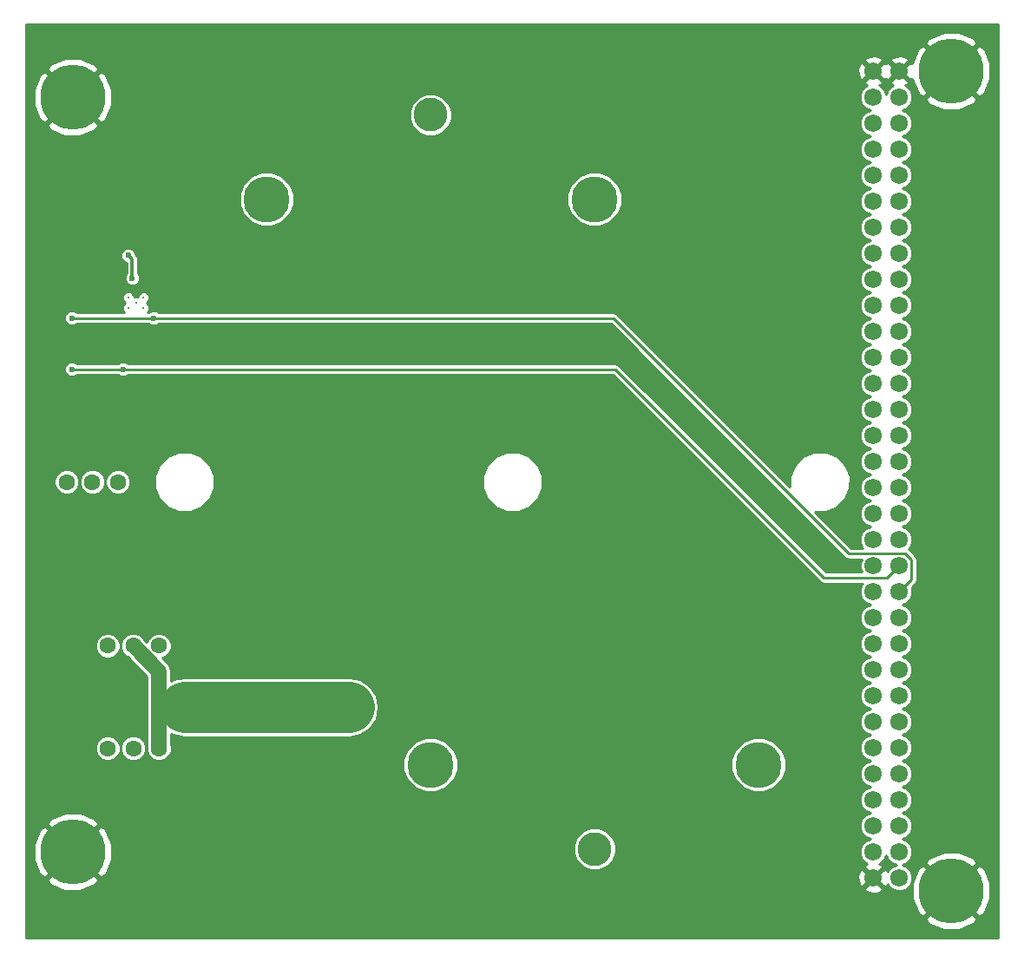
<source format=gbr>
G04 #@! TF.FileFunction,Copper,L2,Bot,Signal*
%FSLAX46Y46*%
G04 Gerber Fmt 4.6, Leading zero omitted, Abs format (unit mm)*
G04 Created by KiCad (PCBNEW 4.0.7-e2-6376~58~ubuntu16.04.1) date Thu Mar 22 01:15:54 2018*
%MOMM*%
%LPD*%
G01*
G04 APERTURE LIST*
%ADD10C,0.100000*%
%ADD11C,1.600000*%
%ADD12C,0.300000*%
%ADD13C,4.500000*%
%ADD14C,3.300000*%
%ADD15C,6.350000*%
%ADD16C,1.720000*%
%ADD17C,0.600000*%
%ADD18C,1.500000*%
%ADD19C,5.000000*%
%ADD20C,0.250000*%
%ADD21C,0.300000*%
%ADD22C,0.254000*%
G04 APERTURE END LIST*
D10*
D11*
X118500000Y-106000000D03*
X113500000Y-106000000D03*
X116000000Y-106000000D03*
D12*
X115500000Y-73000000D03*
X115500000Y-72000000D03*
X117000000Y-72000000D03*
X117000000Y-73000000D03*
X116250000Y-72500000D03*
D13*
X177000000Y-117600000D03*
X161000000Y-62400000D03*
D14*
X161000000Y-125820000D03*
D15*
X195810000Y-129920000D03*
X195810000Y-49910000D03*
X110080000Y-52450000D03*
X110080000Y-126110000D03*
D16*
X188190000Y-49910000D03*
X188190000Y-52450000D03*
X188190000Y-54990000D03*
X188190000Y-57530000D03*
X188190000Y-60070000D03*
X188190000Y-62610000D03*
X188190000Y-65150000D03*
X188190000Y-67690000D03*
X188190000Y-70230000D03*
X188190000Y-72770000D03*
X188190000Y-75310000D03*
X188190000Y-77850000D03*
X188190000Y-80390000D03*
X188190000Y-82930000D03*
X188190000Y-85470000D03*
X188190000Y-88010000D03*
X188190000Y-90550000D03*
X188190000Y-93090000D03*
X188190000Y-95630000D03*
X188190000Y-98170000D03*
X188190000Y-100710000D03*
X188190000Y-103250000D03*
X188190000Y-105790000D03*
X188190000Y-108330000D03*
X188190000Y-110870000D03*
X188190000Y-113410000D03*
X188190000Y-115950000D03*
X188190000Y-118490000D03*
X188190000Y-121030000D03*
X188190000Y-123570000D03*
X188190000Y-126110000D03*
X188190000Y-128650000D03*
X190730000Y-49910000D03*
X190730000Y-52450000D03*
X190730000Y-54990000D03*
X190730000Y-57530000D03*
X190730000Y-60070000D03*
X190730000Y-62610000D03*
X190730000Y-65150000D03*
X190730000Y-67690000D03*
X190730000Y-70230000D03*
X190730000Y-72770000D03*
X190730000Y-75310000D03*
X190730000Y-77850000D03*
X190730000Y-80390000D03*
X190730000Y-82930000D03*
X190730000Y-85470000D03*
X190730000Y-88010000D03*
X190730000Y-90550000D03*
X190730000Y-93090000D03*
X190730000Y-95630000D03*
X190730000Y-98170000D03*
X190730000Y-100710000D03*
X190730000Y-103250000D03*
X190730000Y-105790000D03*
X190730000Y-108330000D03*
X190730000Y-110870000D03*
X190730000Y-113410000D03*
X190730000Y-115950000D03*
X190730000Y-118490000D03*
X190730000Y-121030000D03*
X190730000Y-123570000D03*
X190730000Y-126110000D03*
X190730000Y-128650000D03*
D13*
X129000000Y-62400000D03*
X145000000Y-117600000D03*
D14*
X145000000Y-54180000D03*
D11*
X109500000Y-90000000D03*
X114500000Y-90000000D03*
X112000000Y-90000000D03*
X113500000Y-116000000D03*
X118500000Y-116000000D03*
X116000000Y-116000000D03*
D17*
X108000000Y-83200000D03*
X137000000Y-113000000D03*
X138000000Y-112000000D03*
X137000000Y-111000000D03*
X136000000Y-112000000D03*
X121000000Y-113000000D03*
X121000000Y-111000000D03*
X120000000Y-112000000D03*
X122000000Y-112000000D03*
X121000000Y-112000000D03*
X137000000Y-112000000D03*
X110000000Y-79000000D03*
X115000000Y-79000000D03*
X115500000Y-67900000D03*
X115900000Y-70125002D03*
X110000000Y-74000000D03*
X118000000Y-74000000D03*
D18*
X118500000Y-116000000D02*
X118500000Y-108500000D01*
X118500000Y-108500000D02*
X116000000Y-106000000D01*
D19*
X137000000Y-112000000D02*
X121000000Y-112000000D01*
D20*
X115000000Y-79000000D02*
X163000000Y-79000000D01*
X163000000Y-79000000D02*
X183355001Y-99355001D01*
X183355001Y-99355001D02*
X189544999Y-99355001D01*
X189544999Y-99355001D02*
X189870001Y-99029999D01*
X189870001Y-99029999D02*
X190730000Y-98170000D01*
X115000000Y-79000000D02*
X110000000Y-79000000D01*
D21*
X115900000Y-70125002D02*
X115900000Y-68300000D01*
X115900000Y-68300000D02*
X115500000Y-67900000D01*
D20*
X118000000Y-74000000D02*
X162818998Y-74000000D01*
X162818998Y-74000000D02*
X185803997Y-96984999D01*
X191915001Y-97601199D02*
X191915001Y-99524999D01*
X185803997Y-96984999D02*
X191298801Y-96984999D01*
X191298801Y-96984999D02*
X191915001Y-97601199D01*
X191915001Y-99524999D02*
X191589999Y-99850001D01*
X191589999Y-99850001D02*
X190730000Y-100710000D01*
X118000000Y-74000000D02*
X110000000Y-74000000D01*
D22*
G36*
X200388000Y-134498000D02*
X105502000Y-134498000D01*
X105502000Y-132642875D01*
X193266730Y-132642875D01*
X193630630Y-133135710D01*
X195027124Y-133724937D01*
X196542803Y-133734898D01*
X197946920Y-133164074D01*
X197989370Y-133135710D01*
X198353270Y-132642875D01*
X195810000Y-130099605D01*
X193266730Y-132642875D01*
X105502000Y-132642875D01*
X105502000Y-130652803D01*
X191995102Y-130652803D01*
X192565926Y-132056920D01*
X192594290Y-132099370D01*
X193087125Y-132463270D01*
X195630395Y-129920000D01*
X195989605Y-129920000D01*
X198532875Y-132463270D01*
X199025710Y-132099370D01*
X199614937Y-130702876D01*
X199624898Y-129187197D01*
X199054074Y-127783080D01*
X199025710Y-127740630D01*
X198532875Y-127376730D01*
X195989605Y-129920000D01*
X195630395Y-129920000D01*
X193087125Y-127376730D01*
X192594290Y-127740630D01*
X192005063Y-129137124D01*
X191995102Y-130652803D01*
X105502000Y-130652803D01*
X105502000Y-128832875D01*
X107536730Y-128832875D01*
X107900630Y-129325710D01*
X109297124Y-129914937D01*
X110812803Y-129924898D01*
X111363059Y-129701199D01*
X187318406Y-129701199D01*
X187399906Y-129953537D01*
X187958890Y-130156667D01*
X188553059Y-130130421D01*
X188980094Y-129953537D01*
X189061594Y-129701199D01*
X188190000Y-128829605D01*
X187318406Y-129701199D01*
X111363059Y-129701199D01*
X112216920Y-129354074D01*
X112259370Y-129325710D01*
X112623270Y-128832875D01*
X110080000Y-126289605D01*
X107536730Y-128832875D01*
X105502000Y-128832875D01*
X105502000Y-126842803D01*
X106265102Y-126842803D01*
X106835926Y-128246920D01*
X106864290Y-128289370D01*
X107357125Y-128653270D01*
X109900395Y-126110000D01*
X110259605Y-126110000D01*
X112802875Y-128653270D01*
X113120299Y-128418890D01*
X186683333Y-128418890D01*
X186709579Y-129013059D01*
X186886463Y-129440094D01*
X187138801Y-129521594D01*
X188010395Y-128650000D01*
X187138801Y-127778406D01*
X186886463Y-127859906D01*
X186683333Y-128418890D01*
X113120299Y-128418890D01*
X113295710Y-128289370D01*
X113884937Y-126892876D01*
X113889284Y-126231328D01*
X158922640Y-126231328D01*
X159238178Y-126994989D01*
X159821938Y-127579768D01*
X160585047Y-127896639D01*
X161411328Y-127897360D01*
X162174989Y-127581822D01*
X162759768Y-126998062D01*
X163076639Y-126234953D01*
X163077360Y-125408672D01*
X162761822Y-124645011D01*
X162178062Y-124060232D01*
X161414953Y-123743361D01*
X160588672Y-123742640D01*
X159825011Y-124058178D01*
X159240232Y-124641938D01*
X158923361Y-125405047D01*
X158922640Y-126231328D01*
X113889284Y-126231328D01*
X113894898Y-125377197D01*
X113324074Y-123973080D01*
X113295710Y-123930630D01*
X112802875Y-123566730D01*
X110259605Y-126110000D01*
X109900395Y-126110000D01*
X107357125Y-123566730D01*
X106864290Y-123930630D01*
X106275063Y-125327124D01*
X106265102Y-126842803D01*
X105502000Y-126842803D01*
X105502000Y-123387125D01*
X107536730Y-123387125D01*
X110080000Y-125930395D01*
X112623270Y-123387125D01*
X112259370Y-122894290D01*
X110862876Y-122305063D01*
X109347197Y-122295102D01*
X107943080Y-122865926D01*
X107900630Y-122894290D01*
X107536730Y-123387125D01*
X105502000Y-123387125D01*
X105502000Y-118130152D01*
X142322536Y-118130152D01*
X142729226Y-119114418D01*
X143481621Y-119868127D01*
X144465176Y-120276535D01*
X145530152Y-120277464D01*
X146514418Y-119870774D01*
X147268127Y-119118379D01*
X147676535Y-118134824D01*
X147676539Y-118130152D01*
X174322536Y-118130152D01*
X174729226Y-119114418D01*
X175481621Y-119868127D01*
X176465176Y-120276535D01*
X177530152Y-120277464D01*
X178514418Y-119870774D01*
X179268127Y-119118379D01*
X179676535Y-118134824D01*
X179677464Y-117069848D01*
X179270774Y-116085582D01*
X178518379Y-115331873D01*
X177534824Y-114923465D01*
X176469848Y-114922536D01*
X175485582Y-115329226D01*
X174731873Y-116081621D01*
X174323465Y-117065176D01*
X174322536Y-118130152D01*
X147676539Y-118130152D01*
X147677464Y-117069848D01*
X147270774Y-116085582D01*
X146518379Y-115331873D01*
X145534824Y-114923465D01*
X144469848Y-114922536D01*
X143485582Y-115329226D01*
X142731873Y-116081621D01*
X142323465Y-117065176D01*
X142322536Y-118130152D01*
X105502000Y-118130152D01*
X105502000Y-116242995D01*
X112272788Y-116242995D01*
X112459194Y-116694131D01*
X112804053Y-117039593D01*
X113254864Y-117226786D01*
X113742995Y-117227212D01*
X114194131Y-117040806D01*
X114539593Y-116695947D01*
X114726786Y-116245136D01*
X114726787Y-116242995D01*
X114772788Y-116242995D01*
X114959194Y-116694131D01*
X115304053Y-117039593D01*
X115754864Y-117226786D01*
X116242995Y-117227212D01*
X116694131Y-117040806D01*
X117039593Y-116695947D01*
X117226786Y-116245136D01*
X117227212Y-115757005D01*
X117040806Y-115305869D01*
X116695947Y-114960407D01*
X116245136Y-114773214D01*
X115757005Y-114772788D01*
X115305869Y-114959194D01*
X114960407Y-115304053D01*
X114773214Y-115754864D01*
X114772788Y-116242995D01*
X114726787Y-116242995D01*
X114727212Y-115757005D01*
X114540806Y-115305869D01*
X114195947Y-114960407D01*
X113745136Y-114773214D01*
X113257005Y-114772788D01*
X112805869Y-114959194D01*
X112460407Y-115304053D01*
X112273214Y-115754864D01*
X112272788Y-116242995D01*
X105502000Y-116242995D01*
X105502000Y-106242995D01*
X112272788Y-106242995D01*
X112459194Y-106694131D01*
X112804053Y-107039593D01*
X113254864Y-107226786D01*
X113742995Y-107227212D01*
X114194131Y-107040806D01*
X114539593Y-106695947D01*
X114726786Y-106245136D01*
X114726787Y-106242995D01*
X114772788Y-106242995D01*
X114959194Y-106694131D01*
X115304053Y-107039593D01*
X115425487Y-107090017D01*
X117323000Y-108987530D01*
X117323000Y-115634966D01*
X117273214Y-115754864D01*
X117272788Y-116242995D01*
X117459194Y-116694131D01*
X117804053Y-117039593D01*
X118254864Y-117226786D01*
X118742995Y-117227212D01*
X119194131Y-117040806D01*
X119539593Y-116695947D01*
X119726786Y-116245136D01*
X119727212Y-115757005D01*
X119677000Y-115635483D01*
X119677000Y-114568631D01*
X119879886Y-114704195D01*
X121000000Y-114927000D01*
X137000000Y-114927000D01*
X138120114Y-114704195D01*
X139069702Y-114069702D01*
X139704195Y-113120114D01*
X139927000Y-112000000D01*
X139704195Y-110879886D01*
X139069702Y-109930298D01*
X138120114Y-109295805D01*
X137000000Y-109073000D01*
X121000000Y-109073000D01*
X119879886Y-109295805D01*
X119677000Y-109431369D01*
X119677000Y-108500005D01*
X119677001Y-108500000D01*
X119587406Y-108049582D01*
X119332265Y-107667735D01*
X118848251Y-107183721D01*
X119194131Y-107040806D01*
X119539593Y-106695947D01*
X119726786Y-106245136D01*
X119727212Y-105757005D01*
X119540806Y-105305869D01*
X119195947Y-104960407D01*
X118745136Y-104773214D01*
X118257005Y-104772788D01*
X117805869Y-104959194D01*
X117460407Y-105304053D01*
X117316104Y-105651574D01*
X117090382Y-105425852D01*
X117040806Y-105305869D01*
X116695947Y-104960407D01*
X116245136Y-104773214D01*
X115757005Y-104772788D01*
X115305869Y-104959194D01*
X114960407Y-105304053D01*
X114773214Y-105754864D01*
X114772788Y-106242995D01*
X114726787Y-106242995D01*
X114727212Y-105757005D01*
X114540806Y-105305869D01*
X114195947Y-104960407D01*
X113745136Y-104773214D01*
X113257005Y-104772788D01*
X112805869Y-104959194D01*
X112460407Y-105304053D01*
X112273214Y-105754864D01*
X112272788Y-106242995D01*
X105502000Y-106242995D01*
X105502000Y-90242995D01*
X108272788Y-90242995D01*
X108459194Y-90694131D01*
X108804053Y-91039593D01*
X109254864Y-91226786D01*
X109742995Y-91227212D01*
X110194131Y-91040806D01*
X110539593Y-90695947D01*
X110726786Y-90245136D01*
X110726787Y-90242995D01*
X110772788Y-90242995D01*
X110959194Y-90694131D01*
X111304053Y-91039593D01*
X111754864Y-91226786D01*
X112242995Y-91227212D01*
X112694131Y-91040806D01*
X113039593Y-90695947D01*
X113226786Y-90245136D01*
X113226787Y-90242995D01*
X113272788Y-90242995D01*
X113459194Y-90694131D01*
X113804053Y-91039593D01*
X114254864Y-91226786D01*
X114742995Y-91227212D01*
X115194131Y-91040806D01*
X115539593Y-90695947D01*
X115587878Y-90579662D01*
X118072493Y-90579662D01*
X118517164Y-91655846D01*
X119339823Y-92479943D01*
X120415229Y-92926490D01*
X121579662Y-92927507D01*
X122655846Y-92482836D01*
X123479943Y-91660177D01*
X123926490Y-90584771D01*
X123926494Y-90579662D01*
X150072493Y-90579662D01*
X150517164Y-91655846D01*
X151339823Y-92479943D01*
X152415229Y-92926490D01*
X153579662Y-92927507D01*
X154655846Y-92482836D01*
X155479943Y-91660177D01*
X155926490Y-90584771D01*
X155927507Y-89420338D01*
X155482836Y-88344154D01*
X154660177Y-87520057D01*
X153584771Y-87073510D01*
X152420338Y-87072493D01*
X151344154Y-87517164D01*
X150520057Y-88339823D01*
X150073510Y-89415229D01*
X150072493Y-90579662D01*
X123926494Y-90579662D01*
X123927507Y-89420338D01*
X123482836Y-88344154D01*
X122660177Y-87520057D01*
X121584771Y-87073510D01*
X120420338Y-87072493D01*
X119344154Y-87517164D01*
X118520057Y-88339823D01*
X118073510Y-89415229D01*
X118072493Y-90579662D01*
X115587878Y-90579662D01*
X115726786Y-90245136D01*
X115727212Y-89757005D01*
X115540806Y-89305869D01*
X115195947Y-88960407D01*
X114745136Y-88773214D01*
X114257005Y-88772788D01*
X113805869Y-88959194D01*
X113460407Y-89304053D01*
X113273214Y-89754864D01*
X113272788Y-90242995D01*
X113226787Y-90242995D01*
X113227212Y-89757005D01*
X113040806Y-89305869D01*
X112695947Y-88960407D01*
X112245136Y-88773214D01*
X111757005Y-88772788D01*
X111305869Y-88959194D01*
X110960407Y-89304053D01*
X110773214Y-89754864D01*
X110772788Y-90242995D01*
X110726787Y-90242995D01*
X110727212Y-89757005D01*
X110540806Y-89305869D01*
X110195947Y-88960407D01*
X109745136Y-88773214D01*
X109257005Y-88772788D01*
X108805869Y-88959194D01*
X108460407Y-89304053D01*
X108273214Y-89754864D01*
X108272788Y-90242995D01*
X105502000Y-90242995D01*
X105502000Y-74143975D01*
X109272874Y-74143975D01*
X109383320Y-74411275D01*
X109587650Y-74615961D01*
X109854756Y-74726874D01*
X110143975Y-74727126D01*
X110411275Y-74616680D01*
X110476068Y-74552000D01*
X117523800Y-74552000D01*
X117587650Y-74615961D01*
X117854756Y-74726874D01*
X118143975Y-74727126D01*
X118411275Y-74616680D01*
X118476068Y-74552000D01*
X162590352Y-74552000D01*
X185413674Y-97375322D01*
X185592756Y-97494981D01*
X185803997Y-97536999D01*
X187059302Y-97536999D01*
X186903224Y-97912877D01*
X186902777Y-98424877D01*
X187059014Y-98803001D01*
X183583647Y-98803001D01*
X163390323Y-78609677D01*
X163211242Y-78490018D01*
X163000000Y-78448000D01*
X115476200Y-78448000D01*
X115412350Y-78384039D01*
X115145244Y-78273126D01*
X114856025Y-78272874D01*
X114588725Y-78383320D01*
X114523932Y-78448000D01*
X110476200Y-78448000D01*
X110412350Y-78384039D01*
X110145244Y-78273126D01*
X109856025Y-78272874D01*
X109588725Y-78383320D01*
X109384039Y-78587650D01*
X109273126Y-78854756D01*
X109272874Y-79143975D01*
X109383320Y-79411275D01*
X109587650Y-79615961D01*
X109854756Y-79726874D01*
X110143975Y-79727126D01*
X110411275Y-79616680D01*
X110476068Y-79552000D01*
X114523800Y-79552000D01*
X114587650Y-79615961D01*
X114854756Y-79726874D01*
X115143975Y-79727126D01*
X115411275Y-79616680D01*
X115476068Y-79552000D01*
X162771354Y-79552000D01*
X182964678Y-99745324D01*
X183143760Y-99864983D01*
X183355001Y-99907001D01*
X187172718Y-99907001D01*
X187099571Y-99980021D01*
X186903224Y-100452877D01*
X186902777Y-100964877D01*
X187098298Y-101438075D01*
X187460021Y-101800429D01*
X187892957Y-101980200D01*
X187461925Y-102158298D01*
X187099571Y-102520021D01*
X186903224Y-102992877D01*
X186902777Y-103504877D01*
X187098298Y-103978075D01*
X187460021Y-104340429D01*
X187892957Y-104520200D01*
X187461925Y-104698298D01*
X187099571Y-105060021D01*
X186903224Y-105532877D01*
X186902777Y-106044877D01*
X187098298Y-106518075D01*
X187460021Y-106880429D01*
X187892957Y-107060200D01*
X187461925Y-107238298D01*
X187099571Y-107600021D01*
X186903224Y-108072877D01*
X186902777Y-108584877D01*
X187098298Y-109058075D01*
X187460021Y-109420429D01*
X187892957Y-109600200D01*
X187461925Y-109778298D01*
X187099571Y-110140021D01*
X186903224Y-110612877D01*
X186902777Y-111124877D01*
X187098298Y-111598075D01*
X187460021Y-111960429D01*
X187892957Y-112140200D01*
X187461925Y-112318298D01*
X187099571Y-112680021D01*
X186903224Y-113152877D01*
X186902777Y-113664877D01*
X187098298Y-114138075D01*
X187460021Y-114500429D01*
X187892957Y-114680200D01*
X187461925Y-114858298D01*
X187099571Y-115220021D01*
X186903224Y-115692877D01*
X186902777Y-116204877D01*
X187098298Y-116678075D01*
X187460021Y-117040429D01*
X187892957Y-117220200D01*
X187461925Y-117398298D01*
X187099571Y-117760021D01*
X186903224Y-118232877D01*
X186902777Y-118744877D01*
X187098298Y-119218075D01*
X187460021Y-119580429D01*
X187892957Y-119760200D01*
X187461925Y-119938298D01*
X187099571Y-120300021D01*
X186903224Y-120772877D01*
X186902777Y-121284877D01*
X187098298Y-121758075D01*
X187460021Y-122120429D01*
X187892957Y-122300200D01*
X187461925Y-122478298D01*
X187099571Y-122840021D01*
X186903224Y-123312877D01*
X186902777Y-123824877D01*
X187098298Y-124298075D01*
X187460021Y-124660429D01*
X187892957Y-124840200D01*
X187461925Y-125018298D01*
X187099571Y-125380021D01*
X186903224Y-125852877D01*
X186902777Y-126364877D01*
X187098298Y-126838075D01*
X187460021Y-127200429D01*
X187606062Y-127261070D01*
X187399906Y-127346463D01*
X187318406Y-127598801D01*
X188190000Y-128470395D01*
X189061594Y-127598801D01*
X188980094Y-127346463D01*
X188760688Y-127266733D01*
X188918075Y-127201702D01*
X189280429Y-126839979D01*
X189460200Y-126407043D01*
X189638298Y-126838075D01*
X190000021Y-127200429D01*
X190432957Y-127380200D01*
X190001925Y-127558298D01*
X189639571Y-127920021D01*
X189578930Y-128066062D01*
X189493537Y-127859906D01*
X189241199Y-127778406D01*
X188369605Y-128650000D01*
X189241199Y-129521594D01*
X189493537Y-129440094D01*
X189573267Y-129220688D01*
X189638298Y-129378075D01*
X190000021Y-129740429D01*
X190472877Y-129936776D01*
X190984877Y-129937223D01*
X191458075Y-129741702D01*
X191820429Y-129379979D01*
X192016776Y-128907123D01*
X192017223Y-128395123D01*
X191821702Y-127921925D01*
X191459979Y-127559571D01*
X191027043Y-127379800D01*
X191458075Y-127201702D01*
X191462659Y-127197125D01*
X193266730Y-127197125D01*
X195810000Y-129740395D01*
X198353270Y-127197125D01*
X197989370Y-126704290D01*
X196592876Y-126115063D01*
X195077197Y-126105102D01*
X193673080Y-126675926D01*
X193630630Y-126704290D01*
X193266730Y-127197125D01*
X191462659Y-127197125D01*
X191820429Y-126839979D01*
X192016776Y-126367123D01*
X192017223Y-125855123D01*
X191821702Y-125381925D01*
X191459979Y-125019571D01*
X191027043Y-124839800D01*
X191458075Y-124661702D01*
X191820429Y-124299979D01*
X192016776Y-123827123D01*
X192017223Y-123315123D01*
X191821702Y-122841925D01*
X191459979Y-122479571D01*
X191027043Y-122299800D01*
X191458075Y-122121702D01*
X191820429Y-121759979D01*
X192016776Y-121287123D01*
X192017223Y-120775123D01*
X191821702Y-120301925D01*
X191459979Y-119939571D01*
X191027043Y-119759800D01*
X191458075Y-119581702D01*
X191820429Y-119219979D01*
X192016776Y-118747123D01*
X192017223Y-118235123D01*
X191821702Y-117761925D01*
X191459979Y-117399571D01*
X191027043Y-117219800D01*
X191458075Y-117041702D01*
X191820429Y-116679979D01*
X192016776Y-116207123D01*
X192017223Y-115695123D01*
X191821702Y-115221925D01*
X191459979Y-114859571D01*
X191027043Y-114679800D01*
X191458075Y-114501702D01*
X191820429Y-114139979D01*
X192016776Y-113667123D01*
X192017223Y-113155123D01*
X191821702Y-112681925D01*
X191459979Y-112319571D01*
X191027043Y-112139800D01*
X191458075Y-111961702D01*
X191820429Y-111599979D01*
X192016776Y-111127123D01*
X192017223Y-110615123D01*
X191821702Y-110141925D01*
X191459979Y-109779571D01*
X191027043Y-109599800D01*
X191458075Y-109421702D01*
X191820429Y-109059979D01*
X192016776Y-108587123D01*
X192017223Y-108075123D01*
X191821702Y-107601925D01*
X191459979Y-107239571D01*
X191027043Y-107059800D01*
X191458075Y-106881702D01*
X191820429Y-106519979D01*
X192016776Y-106047123D01*
X192017223Y-105535123D01*
X191821702Y-105061925D01*
X191459979Y-104699571D01*
X191027043Y-104519800D01*
X191458075Y-104341702D01*
X191820429Y-103979979D01*
X192016776Y-103507123D01*
X192017223Y-102995123D01*
X191821702Y-102521925D01*
X191459979Y-102159571D01*
X191027043Y-101979800D01*
X191458075Y-101801702D01*
X191820429Y-101439979D01*
X192016776Y-100967123D01*
X192017223Y-100455123D01*
X191943631Y-100277015D01*
X192305324Y-99915322D01*
X192424983Y-99736241D01*
X192467001Y-99524999D01*
X192467001Y-97601199D01*
X192424983Y-97389958D01*
X192305324Y-97210876D01*
X191689124Y-96594676D01*
X191626943Y-96553128D01*
X191820429Y-96359979D01*
X192016776Y-95887123D01*
X192017223Y-95375123D01*
X191821702Y-94901925D01*
X191459979Y-94539571D01*
X191027043Y-94359800D01*
X191458075Y-94181702D01*
X191820429Y-93819979D01*
X192016776Y-93347123D01*
X192017223Y-92835123D01*
X191821702Y-92361925D01*
X191459979Y-91999571D01*
X191027043Y-91819800D01*
X191458075Y-91641702D01*
X191820429Y-91279979D01*
X192016776Y-90807123D01*
X192017223Y-90295123D01*
X191821702Y-89821925D01*
X191459979Y-89459571D01*
X191027043Y-89279800D01*
X191458075Y-89101702D01*
X191820429Y-88739979D01*
X192016776Y-88267123D01*
X192017223Y-87755123D01*
X191821702Y-87281925D01*
X191459979Y-86919571D01*
X191027043Y-86739800D01*
X191458075Y-86561702D01*
X191820429Y-86199979D01*
X192016776Y-85727123D01*
X192017223Y-85215123D01*
X191821702Y-84741925D01*
X191459979Y-84379571D01*
X191027043Y-84199800D01*
X191458075Y-84021702D01*
X191820429Y-83659979D01*
X192016776Y-83187123D01*
X192017223Y-82675123D01*
X191821702Y-82201925D01*
X191459979Y-81839571D01*
X191027043Y-81659800D01*
X191458075Y-81481702D01*
X191820429Y-81119979D01*
X192016776Y-80647123D01*
X192017223Y-80135123D01*
X191821702Y-79661925D01*
X191459979Y-79299571D01*
X191027043Y-79119800D01*
X191458075Y-78941702D01*
X191820429Y-78579979D01*
X192016776Y-78107123D01*
X192017223Y-77595123D01*
X191821702Y-77121925D01*
X191459979Y-76759571D01*
X191027043Y-76579800D01*
X191458075Y-76401702D01*
X191820429Y-76039979D01*
X192016776Y-75567123D01*
X192017223Y-75055123D01*
X191821702Y-74581925D01*
X191459979Y-74219571D01*
X191027043Y-74039800D01*
X191458075Y-73861702D01*
X191820429Y-73499979D01*
X192016776Y-73027123D01*
X192017223Y-72515123D01*
X191821702Y-72041925D01*
X191459979Y-71679571D01*
X191027043Y-71499800D01*
X191458075Y-71321702D01*
X191820429Y-70959979D01*
X192016776Y-70487123D01*
X192017223Y-69975123D01*
X191821702Y-69501925D01*
X191459979Y-69139571D01*
X191027043Y-68959800D01*
X191458075Y-68781702D01*
X191820429Y-68419979D01*
X192016776Y-67947123D01*
X192017223Y-67435123D01*
X191821702Y-66961925D01*
X191459979Y-66599571D01*
X191027043Y-66419800D01*
X191458075Y-66241702D01*
X191820429Y-65879979D01*
X192016776Y-65407123D01*
X192017223Y-64895123D01*
X191821702Y-64421925D01*
X191459979Y-64059571D01*
X191027043Y-63879800D01*
X191458075Y-63701702D01*
X191820429Y-63339979D01*
X192016776Y-62867123D01*
X192017223Y-62355123D01*
X191821702Y-61881925D01*
X191459979Y-61519571D01*
X191027043Y-61339800D01*
X191458075Y-61161702D01*
X191820429Y-60799979D01*
X192016776Y-60327123D01*
X192017223Y-59815123D01*
X191821702Y-59341925D01*
X191459979Y-58979571D01*
X191027043Y-58799800D01*
X191458075Y-58621702D01*
X191820429Y-58259979D01*
X192016776Y-57787123D01*
X192017223Y-57275123D01*
X191821702Y-56801925D01*
X191459979Y-56439571D01*
X191027043Y-56259800D01*
X191458075Y-56081702D01*
X191820429Y-55719979D01*
X192016776Y-55247123D01*
X192017223Y-54735123D01*
X191821702Y-54261925D01*
X191459979Y-53899571D01*
X191027043Y-53719800D01*
X191458075Y-53541702D01*
X191820429Y-53179979D01*
X192016776Y-52707123D01*
X192016840Y-52632875D01*
X193266730Y-52632875D01*
X193630630Y-53125710D01*
X195027124Y-53714937D01*
X196542803Y-53724898D01*
X197946920Y-53154074D01*
X197989370Y-53125710D01*
X198353270Y-52632875D01*
X195810000Y-50089605D01*
X193266730Y-52632875D01*
X192016840Y-52632875D01*
X192017223Y-52195123D01*
X191821702Y-51721925D01*
X191459979Y-51359571D01*
X191313938Y-51298930D01*
X191520094Y-51213537D01*
X191601594Y-50961199D01*
X190730000Y-50089605D01*
X189858406Y-50961199D01*
X189939906Y-51213537D01*
X190159312Y-51293267D01*
X190001925Y-51358298D01*
X189639571Y-51720021D01*
X189459800Y-52152957D01*
X189281702Y-51721925D01*
X188919979Y-51359571D01*
X188773938Y-51298930D01*
X188980094Y-51213537D01*
X189061594Y-50961199D01*
X188190000Y-50089605D01*
X187318406Y-50961199D01*
X187399906Y-51213537D01*
X187619312Y-51293267D01*
X187461925Y-51358298D01*
X187099571Y-51720021D01*
X186903224Y-52192877D01*
X186902777Y-52704877D01*
X187098298Y-53178075D01*
X187460021Y-53540429D01*
X187892957Y-53720200D01*
X187461925Y-53898298D01*
X187099571Y-54260021D01*
X186903224Y-54732877D01*
X186902777Y-55244877D01*
X187098298Y-55718075D01*
X187460021Y-56080429D01*
X187892957Y-56260200D01*
X187461925Y-56438298D01*
X187099571Y-56800021D01*
X186903224Y-57272877D01*
X186902777Y-57784877D01*
X187098298Y-58258075D01*
X187460021Y-58620429D01*
X187892957Y-58800200D01*
X187461925Y-58978298D01*
X187099571Y-59340021D01*
X186903224Y-59812877D01*
X186902777Y-60324877D01*
X187098298Y-60798075D01*
X187460021Y-61160429D01*
X187892957Y-61340200D01*
X187461925Y-61518298D01*
X187099571Y-61880021D01*
X186903224Y-62352877D01*
X186902777Y-62864877D01*
X187098298Y-63338075D01*
X187460021Y-63700429D01*
X187892957Y-63880200D01*
X187461925Y-64058298D01*
X187099571Y-64420021D01*
X186903224Y-64892877D01*
X186902777Y-65404877D01*
X187098298Y-65878075D01*
X187460021Y-66240429D01*
X187892957Y-66420200D01*
X187461925Y-66598298D01*
X187099571Y-66960021D01*
X186903224Y-67432877D01*
X186902777Y-67944877D01*
X187098298Y-68418075D01*
X187460021Y-68780429D01*
X187892957Y-68960200D01*
X187461925Y-69138298D01*
X187099571Y-69500021D01*
X186903224Y-69972877D01*
X186902777Y-70484877D01*
X187098298Y-70958075D01*
X187460021Y-71320429D01*
X187892957Y-71500200D01*
X187461925Y-71678298D01*
X187099571Y-72040021D01*
X186903224Y-72512877D01*
X186902777Y-73024877D01*
X187098298Y-73498075D01*
X187460021Y-73860429D01*
X187892957Y-74040200D01*
X187461925Y-74218298D01*
X187099571Y-74580021D01*
X186903224Y-75052877D01*
X186902777Y-75564877D01*
X187098298Y-76038075D01*
X187460021Y-76400429D01*
X187892957Y-76580200D01*
X187461925Y-76758298D01*
X187099571Y-77120021D01*
X186903224Y-77592877D01*
X186902777Y-78104877D01*
X187098298Y-78578075D01*
X187460021Y-78940429D01*
X187892957Y-79120200D01*
X187461925Y-79298298D01*
X187099571Y-79660021D01*
X186903224Y-80132877D01*
X186902777Y-80644877D01*
X187098298Y-81118075D01*
X187460021Y-81480429D01*
X187892957Y-81660200D01*
X187461925Y-81838298D01*
X187099571Y-82200021D01*
X186903224Y-82672877D01*
X186902777Y-83184877D01*
X187098298Y-83658075D01*
X187460021Y-84020429D01*
X187892957Y-84200200D01*
X187461925Y-84378298D01*
X187099571Y-84740021D01*
X186903224Y-85212877D01*
X186902777Y-85724877D01*
X187098298Y-86198075D01*
X187460021Y-86560429D01*
X187892957Y-86740200D01*
X187461925Y-86918298D01*
X187099571Y-87280021D01*
X186903224Y-87752877D01*
X186902777Y-88264877D01*
X187098298Y-88738075D01*
X187460021Y-89100429D01*
X187892957Y-89280200D01*
X187461925Y-89458298D01*
X187099571Y-89820021D01*
X186903224Y-90292877D01*
X186902777Y-90804877D01*
X187098298Y-91278075D01*
X187460021Y-91640429D01*
X187892957Y-91820200D01*
X187461925Y-91998298D01*
X187099571Y-92360021D01*
X186903224Y-92832877D01*
X186902777Y-93344877D01*
X187098298Y-93818075D01*
X187460021Y-94180429D01*
X187892957Y-94360200D01*
X187461925Y-94538298D01*
X187099571Y-94900021D01*
X186903224Y-95372877D01*
X186902777Y-95884877D01*
X187098298Y-96358075D01*
X187173092Y-96432999D01*
X186032643Y-96432999D01*
X182526231Y-92926587D01*
X183579662Y-92927507D01*
X184655846Y-92482836D01*
X185479943Y-91660177D01*
X185926490Y-90584771D01*
X185927507Y-89420338D01*
X185482836Y-88344154D01*
X184660177Y-87520057D01*
X183584771Y-87073510D01*
X182420338Y-87072493D01*
X181344154Y-87517164D01*
X180520057Y-88339823D01*
X180073510Y-89415229D01*
X180072586Y-90472942D01*
X163209321Y-73609677D01*
X163030240Y-73490018D01*
X162818998Y-73448000D01*
X118476200Y-73448000D01*
X118412350Y-73384039D01*
X118145244Y-73273126D01*
X117856025Y-73272874D01*
X117588725Y-73383320D01*
X117523932Y-73448000D01*
X117367931Y-73448000D01*
X117488871Y-73327271D01*
X117576900Y-73115276D01*
X117577100Y-72885731D01*
X117489442Y-72673583D01*
X117327271Y-72511129D01*
X117300667Y-72500082D01*
X117326417Y-72489442D01*
X117488871Y-72327271D01*
X117576900Y-72115276D01*
X117577100Y-71885731D01*
X117489442Y-71673583D01*
X117327271Y-71511129D01*
X117115276Y-71423100D01*
X116885731Y-71422900D01*
X116673583Y-71510558D01*
X116511129Y-71672729D01*
X116423100Y-71884724D01*
X116423046Y-71947088D01*
X116365276Y-71923100D01*
X116135731Y-71922900D01*
X116077046Y-71947148D01*
X116077100Y-71885731D01*
X115989442Y-71673583D01*
X115827271Y-71511129D01*
X115615276Y-71423100D01*
X115385731Y-71422900D01*
X115173583Y-71510558D01*
X115011129Y-71672729D01*
X114923100Y-71884724D01*
X114922900Y-72114269D01*
X115010558Y-72326417D01*
X115172729Y-72488871D01*
X115199333Y-72499918D01*
X115173583Y-72510558D01*
X115011129Y-72672729D01*
X114923100Y-72884724D01*
X114922900Y-73114269D01*
X115010558Y-73326417D01*
X115131929Y-73448000D01*
X110476200Y-73448000D01*
X110412350Y-73384039D01*
X110145244Y-73273126D01*
X109856025Y-73272874D01*
X109588725Y-73383320D01*
X109384039Y-73587650D01*
X109273126Y-73854756D01*
X109272874Y-74143975D01*
X105502000Y-74143975D01*
X105502000Y-68043975D01*
X114772874Y-68043975D01*
X114883320Y-68311275D01*
X115087650Y-68515961D01*
X115323000Y-68613688D01*
X115323000Y-69673759D01*
X115284039Y-69712652D01*
X115173126Y-69979758D01*
X115172874Y-70268977D01*
X115283320Y-70536277D01*
X115487650Y-70740963D01*
X115754756Y-70851876D01*
X116043975Y-70852128D01*
X116311275Y-70741682D01*
X116515961Y-70537352D01*
X116626874Y-70270246D01*
X116627126Y-69981027D01*
X116516680Y-69713727D01*
X116477000Y-69673978D01*
X116477000Y-68300000D01*
X116433078Y-68079192D01*
X116433078Y-68079191D01*
X116344833Y-67947123D01*
X116308001Y-67891999D01*
X116307998Y-67891997D01*
X116227078Y-67811077D01*
X116227126Y-67756025D01*
X116116680Y-67488725D01*
X115912350Y-67284039D01*
X115645244Y-67173126D01*
X115356025Y-67172874D01*
X115088725Y-67283320D01*
X114884039Y-67487650D01*
X114773126Y-67754756D01*
X114772874Y-68043975D01*
X105502000Y-68043975D01*
X105502000Y-62930152D01*
X126322536Y-62930152D01*
X126729226Y-63914418D01*
X127481621Y-64668127D01*
X128465176Y-65076535D01*
X129530152Y-65077464D01*
X130514418Y-64670774D01*
X131268127Y-63918379D01*
X131676535Y-62934824D01*
X131676539Y-62930152D01*
X158322536Y-62930152D01*
X158729226Y-63914418D01*
X159481621Y-64668127D01*
X160465176Y-65076535D01*
X161530152Y-65077464D01*
X162514418Y-64670774D01*
X163268127Y-63918379D01*
X163676535Y-62934824D01*
X163677464Y-61869848D01*
X163270774Y-60885582D01*
X162518379Y-60131873D01*
X161534824Y-59723465D01*
X160469848Y-59722536D01*
X159485582Y-60129226D01*
X158731873Y-60881621D01*
X158323465Y-61865176D01*
X158322536Y-62930152D01*
X131676539Y-62930152D01*
X131677464Y-61869848D01*
X131270774Y-60885582D01*
X130518379Y-60131873D01*
X129534824Y-59723465D01*
X128469848Y-59722536D01*
X127485582Y-60129226D01*
X126731873Y-60881621D01*
X126323465Y-61865176D01*
X126322536Y-62930152D01*
X105502000Y-62930152D01*
X105502000Y-55172875D01*
X107536730Y-55172875D01*
X107900630Y-55665710D01*
X109297124Y-56254937D01*
X110812803Y-56264898D01*
X112216920Y-55694074D01*
X112259370Y-55665710D01*
X112623270Y-55172875D01*
X110080000Y-52629605D01*
X107536730Y-55172875D01*
X105502000Y-55172875D01*
X105502000Y-53182803D01*
X106265102Y-53182803D01*
X106835926Y-54586920D01*
X106864290Y-54629370D01*
X107357125Y-54993270D01*
X109900395Y-52450000D01*
X110259605Y-52450000D01*
X112802875Y-54993270D01*
X113295710Y-54629370D01*
X113311761Y-54591328D01*
X142922640Y-54591328D01*
X143238178Y-55354989D01*
X143821938Y-55939768D01*
X144585047Y-56256639D01*
X145411328Y-56257360D01*
X146174989Y-55941822D01*
X146759768Y-55358062D01*
X147076639Y-54594953D01*
X147077360Y-53768672D01*
X146761822Y-53005011D01*
X146178062Y-52420232D01*
X145414953Y-52103361D01*
X144588672Y-52102640D01*
X143825011Y-52418178D01*
X143240232Y-53001938D01*
X142923361Y-53765047D01*
X142922640Y-54591328D01*
X113311761Y-54591328D01*
X113884937Y-53232876D01*
X113894898Y-51717197D01*
X113324074Y-50313080D01*
X113295710Y-50270630D01*
X112802875Y-49906730D01*
X110259605Y-52450000D01*
X109900395Y-52450000D01*
X107357125Y-49906730D01*
X106864290Y-50270630D01*
X106275063Y-51667124D01*
X106265102Y-53182803D01*
X105502000Y-53182803D01*
X105502000Y-49727125D01*
X107536730Y-49727125D01*
X110080000Y-52270395D01*
X112623270Y-49727125D01*
X112587655Y-49678890D01*
X186683333Y-49678890D01*
X186709579Y-50273059D01*
X186886463Y-50700094D01*
X187138801Y-50781594D01*
X188010395Y-49910000D01*
X188369605Y-49910000D01*
X189241199Y-50781594D01*
X189460000Y-50710926D01*
X189678801Y-50781594D01*
X190550395Y-49910000D01*
X190909605Y-49910000D01*
X191781199Y-50781594D01*
X192020151Y-50704418D01*
X192565926Y-52046920D01*
X192594290Y-52089370D01*
X193087125Y-52453270D01*
X195630395Y-49910000D01*
X195989605Y-49910000D01*
X198532875Y-52453270D01*
X199025710Y-52089370D01*
X199614937Y-50692876D01*
X199624898Y-49177197D01*
X199054074Y-47773080D01*
X199025710Y-47730630D01*
X198532875Y-47366730D01*
X195989605Y-49910000D01*
X195630395Y-49910000D01*
X193087125Y-47366730D01*
X192594290Y-47730630D01*
X192011158Y-49112678D01*
X191781199Y-49038406D01*
X190909605Y-49910000D01*
X190550395Y-49910000D01*
X189678801Y-49038406D01*
X189460000Y-49109074D01*
X189241199Y-49038406D01*
X188369605Y-49910000D01*
X188010395Y-49910000D01*
X187138801Y-49038406D01*
X186886463Y-49119906D01*
X186683333Y-49678890D01*
X112587655Y-49678890D01*
X112259370Y-49234290D01*
X111369445Y-48858801D01*
X187318406Y-48858801D01*
X188190000Y-49730395D01*
X189061594Y-48858801D01*
X189858406Y-48858801D01*
X190730000Y-49730395D01*
X191601594Y-48858801D01*
X191520094Y-48606463D01*
X190961110Y-48403333D01*
X190366941Y-48429579D01*
X189939906Y-48606463D01*
X189858406Y-48858801D01*
X189061594Y-48858801D01*
X188980094Y-48606463D01*
X188421110Y-48403333D01*
X187826941Y-48429579D01*
X187399906Y-48606463D01*
X187318406Y-48858801D01*
X111369445Y-48858801D01*
X110862876Y-48645063D01*
X109347197Y-48635102D01*
X107943080Y-49205926D01*
X107900630Y-49234290D01*
X107536730Y-49727125D01*
X105502000Y-49727125D01*
X105502000Y-47187125D01*
X193266730Y-47187125D01*
X195810000Y-49730395D01*
X198353270Y-47187125D01*
X197989370Y-46694290D01*
X196592876Y-46105063D01*
X195077197Y-46095102D01*
X193673080Y-46665926D01*
X193630630Y-46694290D01*
X193266730Y-47187125D01*
X105502000Y-47187125D01*
X105502000Y-45332000D01*
X200388000Y-45332000D01*
X200388000Y-134498000D01*
X200388000Y-134498000D01*
G37*
X200388000Y-134498000D02*
X105502000Y-134498000D01*
X105502000Y-132642875D01*
X193266730Y-132642875D01*
X193630630Y-133135710D01*
X195027124Y-133724937D01*
X196542803Y-133734898D01*
X197946920Y-133164074D01*
X197989370Y-133135710D01*
X198353270Y-132642875D01*
X195810000Y-130099605D01*
X193266730Y-132642875D01*
X105502000Y-132642875D01*
X105502000Y-130652803D01*
X191995102Y-130652803D01*
X192565926Y-132056920D01*
X192594290Y-132099370D01*
X193087125Y-132463270D01*
X195630395Y-129920000D01*
X195989605Y-129920000D01*
X198532875Y-132463270D01*
X199025710Y-132099370D01*
X199614937Y-130702876D01*
X199624898Y-129187197D01*
X199054074Y-127783080D01*
X199025710Y-127740630D01*
X198532875Y-127376730D01*
X195989605Y-129920000D01*
X195630395Y-129920000D01*
X193087125Y-127376730D01*
X192594290Y-127740630D01*
X192005063Y-129137124D01*
X191995102Y-130652803D01*
X105502000Y-130652803D01*
X105502000Y-128832875D01*
X107536730Y-128832875D01*
X107900630Y-129325710D01*
X109297124Y-129914937D01*
X110812803Y-129924898D01*
X111363059Y-129701199D01*
X187318406Y-129701199D01*
X187399906Y-129953537D01*
X187958890Y-130156667D01*
X188553059Y-130130421D01*
X188980094Y-129953537D01*
X189061594Y-129701199D01*
X188190000Y-128829605D01*
X187318406Y-129701199D01*
X111363059Y-129701199D01*
X112216920Y-129354074D01*
X112259370Y-129325710D01*
X112623270Y-128832875D01*
X110080000Y-126289605D01*
X107536730Y-128832875D01*
X105502000Y-128832875D01*
X105502000Y-126842803D01*
X106265102Y-126842803D01*
X106835926Y-128246920D01*
X106864290Y-128289370D01*
X107357125Y-128653270D01*
X109900395Y-126110000D01*
X110259605Y-126110000D01*
X112802875Y-128653270D01*
X113120299Y-128418890D01*
X186683333Y-128418890D01*
X186709579Y-129013059D01*
X186886463Y-129440094D01*
X187138801Y-129521594D01*
X188010395Y-128650000D01*
X187138801Y-127778406D01*
X186886463Y-127859906D01*
X186683333Y-128418890D01*
X113120299Y-128418890D01*
X113295710Y-128289370D01*
X113884937Y-126892876D01*
X113889284Y-126231328D01*
X158922640Y-126231328D01*
X159238178Y-126994989D01*
X159821938Y-127579768D01*
X160585047Y-127896639D01*
X161411328Y-127897360D01*
X162174989Y-127581822D01*
X162759768Y-126998062D01*
X163076639Y-126234953D01*
X163077360Y-125408672D01*
X162761822Y-124645011D01*
X162178062Y-124060232D01*
X161414953Y-123743361D01*
X160588672Y-123742640D01*
X159825011Y-124058178D01*
X159240232Y-124641938D01*
X158923361Y-125405047D01*
X158922640Y-126231328D01*
X113889284Y-126231328D01*
X113894898Y-125377197D01*
X113324074Y-123973080D01*
X113295710Y-123930630D01*
X112802875Y-123566730D01*
X110259605Y-126110000D01*
X109900395Y-126110000D01*
X107357125Y-123566730D01*
X106864290Y-123930630D01*
X106275063Y-125327124D01*
X106265102Y-126842803D01*
X105502000Y-126842803D01*
X105502000Y-123387125D01*
X107536730Y-123387125D01*
X110080000Y-125930395D01*
X112623270Y-123387125D01*
X112259370Y-122894290D01*
X110862876Y-122305063D01*
X109347197Y-122295102D01*
X107943080Y-122865926D01*
X107900630Y-122894290D01*
X107536730Y-123387125D01*
X105502000Y-123387125D01*
X105502000Y-118130152D01*
X142322536Y-118130152D01*
X142729226Y-119114418D01*
X143481621Y-119868127D01*
X144465176Y-120276535D01*
X145530152Y-120277464D01*
X146514418Y-119870774D01*
X147268127Y-119118379D01*
X147676535Y-118134824D01*
X147676539Y-118130152D01*
X174322536Y-118130152D01*
X174729226Y-119114418D01*
X175481621Y-119868127D01*
X176465176Y-120276535D01*
X177530152Y-120277464D01*
X178514418Y-119870774D01*
X179268127Y-119118379D01*
X179676535Y-118134824D01*
X179677464Y-117069848D01*
X179270774Y-116085582D01*
X178518379Y-115331873D01*
X177534824Y-114923465D01*
X176469848Y-114922536D01*
X175485582Y-115329226D01*
X174731873Y-116081621D01*
X174323465Y-117065176D01*
X174322536Y-118130152D01*
X147676539Y-118130152D01*
X147677464Y-117069848D01*
X147270774Y-116085582D01*
X146518379Y-115331873D01*
X145534824Y-114923465D01*
X144469848Y-114922536D01*
X143485582Y-115329226D01*
X142731873Y-116081621D01*
X142323465Y-117065176D01*
X142322536Y-118130152D01*
X105502000Y-118130152D01*
X105502000Y-116242995D01*
X112272788Y-116242995D01*
X112459194Y-116694131D01*
X112804053Y-117039593D01*
X113254864Y-117226786D01*
X113742995Y-117227212D01*
X114194131Y-117040806D01*
X114539593Y-116695947D01*
X114726786Y-116245136D01*
X114726787Y-116242995D01*
X114772788Y-116242995D01*
X114959194Y-116694131D01*
X115304053Y-117039593D01*
X115754864Y-117226786D01*
X116242995Y-117227212D01*
X116694131Y-117040806D01*
X117039593Y-116695947D01*
X117226786Y-116245136D01*
X117227212Y-115757005D01*
X117040806Y-115305869D01*
X116695947Y-114960407D01*
X116245136Y-114773214D01*
X115757005Y-114772788D01*
X115305869Y-114959194D01*
X114960407Y-115304053D01*
X114773214Y-115754864D01*
X114772788Y-116242995D01*
X114726787Y-116242995D01*
X114727212Y-115757005D01*
X114540806Y-115305869D01*
X114195947Y-114960407D01*
X113745136Y-114773214D01*
X113257005Y-114772788D01*
X112805869Y-114959194D01*
X112460407Y-115304053D01*
X112273214Y-115754864D01*
X112272788Y-116242995D01*
X105502000Y-116242995D01*
X105502000Y-106242995D01*
X112272788Y-106242995D01*
X112459194Y-106694131D01*
X112804053Y-107039593D01*
X113254864Y-107226786D01*
X113742995Y-107227212D01*
X114194131Y-107040806D01*
X114539593Y-106695947D01*
X114726786Y-106245136D01*
X114726787Y-106242995D01*
X114772788Y-106242995D01*
X114959194Y-106694131D01*
X115304053Y-107039593D01*
X115425487Y-107090017D01*
X117323000Y-108987530D01*
X117323000Y-115634966D01*
X117273214Y-115754864D01*
X117272788Y-116242995D01*
X117459194Y-116694131D01*
X117804053Y-117039593D01*
X118254864Y-117226786D01*
X118742995Y-117227212D01*
X119194131Y-117040806D01*
X119539593Y-116695947D01*
X119726786Y-116245136D01*
X119727212Y-115757005D01*
X119677000Y-115635483D01*
X119677000Y-114568631D01*
X119879886Y-114704195D01*
X121000000Y-114927000D01*
X137000000Y-114927000D01*
X138120114Y-114704195D01*
X139069702Y-114069702D01*
X139704195Y-113120114D01*
X139927000Y-112000000D01*
X139704195Y-110879886D01*
X139069702Y-109930298D01*
X138120114Y-109295805D01*
X137000000Y-109073000D01*
X121000000Y-109073000D01*
X119879886Y-109295805D01*
X119677000Y-109431369D01*
X119677000Y-108500005D01*
X119677001Y-108500000D01*
X119587406Y-108049582D01*
X119332265Y-107667735D01*
X118848251Y-107183721D01*
X119194131Y-107040806D01*
X119539593Y-106695947D01*
X119726786Y-106245136D01*
X119727212Y-105757005D01*
X119540806Y-105305869D01*
X119195947Y-104960407D01*
X118745136Y-104773214D01*
X118257005Y-104772788D01*
X117805869Y-104959194D01*
X117460407Y-105304053D01*
X117316104Y-105651574D01*
X117090382Y-105425852D01*
X117040806Y-105305869D01*
X116695947Y-104960407D01*
X116245136Y-104773214D01*
X115757005Y-104772788D01*
X115305869Y-104959194D01*
X114960407Y-105304053D01*
X114773214Y-105754864D01*
X114772788Y-106242995D01*
X114726787Y-106242995D01*
X114727212Y-105757005D01*
X114540806Y-105305869D01*
X114195947Y-104960407D01*
X113745136Y-104773214D01*
X113257005Y-104772788D01*
X112805869Y-104959194D01*
X112460407Y-105304053D01*
X112273214Y-105754864D01*
X112272788Y-106242995D01*
X105502000Y-106242995D01*
X105502000Y-90242995D01*
X108272788Y-90242995D01*
X108459194Y-90694131D01*
X108804053Y-91039593D01*
X109254864Y-91226786D01*
X109742995Y-91227212D01*
X110194131Y-91040806D01*
X110539593Y-90695947D01*
X110726786Y-90245136D01*
X110726787Y-90242995D01*
X110772788Y-90242995D01*
X110959194Y-90694131D01*
X111304053Y-91039593D01*
X111754864Y-91226786D01*
X112242995Y-91227212D01*
X112694131Y-91040806D01*
X113039593Y-90695947D01*
X113226786Y-90245136D01*
X113226787Y-90242995D01*
X113272788Y-90242995D01*
X113459194Y-90694131D01*
X113804053Y-91039593D01*
X114254864Y-91226786D01*
X114742995Y-91227212D01*
X115194131Y-91040806D01*
X115539593Y-90695947D01*
X115587878Y-90579662D01*
X118072493Y-90579662D01*
X118517164Y-91655846D01*
X119339823Y-92479943D01*
X120415229Y-92926490D01*
X121579662Y-92927507D01*
X122655846Y-92482836D01*
X123479943Y-91660177D01*
X123926490Y-90584771D01*
X123926494Y-90579662D01*
X150072493Y-90579662D01*
X150517164Y-91655846D01*
X151339823Y-92479943D01*
X152415229Y-92926490D01*
X153579662Y-92927507D01*
X154655846Y-92482836D01*
X155479943Y-91660177D01*
X155926490Y-90584771D01*
X155927507Y-89420338D01*
X155482836Y-88344154D01*
X154660177Y-87520057D01*
X153584771Y-87073510D01*
X152420338Y-87072493D01*
X151344154Y-87517164D01*
X150520057Y-88339823D01*
X150073510Y-89415229D01*
X150072493Y-90579662D01*
X123926494Y-90579662D01*
X123927507Y-89420338D01*
X123482836Y-88344154D01*
X122660177Y-87520057D01*
X121584771Y-87073510D01*
X120420338Y-87072493D01*
X119344154Y-87517164D01*
X118520057Y-88339823D01*
X118073510Y-89415229D01*
X118072493Y-90579662D01*
X115587878Y-90579662D01*
X115726786Y-90245136D01*
X115727212Y-89757005D01*
X115540806Y-89305869D01*
X115195947Y-88960407D01*
X114745136Y-88773214D01*
X114257005Y-88772788D01*
X113805869Y-88959194D01*
X113460407Y-89304053D01*
X113273214Y-89754864D01*
X113272788Y-90242995D01*
X113226787Y-90242995D01*
X113227212Y-89757005D01*
X113040806Y-89305869D01*
X112695947Y-88960407D01*
X112245136Y-88773214D01*
X111757005Y-88772788D01*
X111305869Y-88959194D01*
X110960407Y-89304053D01*
X110773214Y-89754864D01*
X110772788Y-90242995D01*
X110726787Y-90242995D01*
X110727212Y-89757005D01*
X110540806Y-89305869D01*
X110195947Y-88960407D01*
X109745136Y-88773214D01*
X109257005Y-88772788D01*
X108805869Y-88959194D01*
X108460407Y-89304053D01*
X108273214Y-89754864D01*
X108272788Y-90242995D01*
X105502000Y-90242995D01*
X105502000Y-74143975D01*
X109272874Y-74143975D01*
X109383320Y-74411275D01*
X109587650Y-74615961D01*
X109854756Y-74726874D01*
X110143975Y-74727126D01*
X110411275Y-74616680D01*
X110476068Y-74552000D01*
X117523800Y-74552000D01*
X117587650Y-74615961D01*
X117854756Y-74726874D01*
X118143975Y-74727126D01*
X118411275Y-74616680D01*
X118476068Y-74552000D01*
X162590352Y-74552000D01*
X185413674Y-97375322D01*
X185592756Y-97494981D01*
X185803997Y-97536999D01*
X187059302Y-97536999D01*
X186903224Y-97912877D01*
X186902777Y-98424877D01*
X187059014Y-98803001D01*
X183583647Y-98803001D01*
X163390323Y-78609677D01*
X163211242Y-78490018D01*
X163000000Y-78448000D01*
X115476200Y-78448000D01*
X115412350Y-78384039D01*
X115145244Y-78273126D01*
X114856025Y-78272874D01*
X114588725Y-78383320D01*
X114523932Y-78448000D01*
X110476200Y-78448000D01*
X110412350Y-78384039D01*
X110145244Y-78273126D01*
X109856025Y-78272874D01*
X109588725Y-78383320D01*
X109384039Y-78587650D01*
X109273126Y-78854756D01*
X109272874Y-79143975D01*
X109383320Y-79411275D01*
X109587650Y-79615961D01*
X109854756Y-79726874D01*
X110143975Y-79727126D01*
X110411275Y-79616680D01*
X110476068Y-79552000D01*
X114523800Y-79552000D01*
X114587650Y-79615961D01*
X114854756Y-79726874D01*
X115143975Y-79727126D01*
X115411275Y-79616680D01*
X115476068Y-79552000D01*
X162771354Y-79552000D01*
X182964678Y-99745324D01*
X183143760Y-99864983D01*
X183355001Y-99907001D01*
X187172718Y-99907001D01*
X187099571Y-99980021D01*
X186903224Y-100452877D01*
X186902777Y-100964877D01*
X187098298Y-101438075D01*
X187460021Y-101800429D01*
X187892957Y-101980200D01*
X187461925Y-102158298D01*
X187099571Y-102520021D01*
X186903224Y-102992877D01*
X186902777Y-103504877D01*
X187098298Y-103978075D01*
X187460021Y-104340429D01*
X187892957Y-104520200D01*
X187461925Y-104698298D01*
X187099571Y-105060021D01*
X186903224Y-105532877D01*
X186902777Y-106044877D01*
X187098298Y-106518075D01*
X187460021Y-106880429D01*
X187892957Y-107060200D01*
X187461925Y-107238298D01*
X187099571Y-107600021D01*
X186903224Y-108072877D01*
X186902777Y-108584877D01*
X187098298Y-109058075D01*
X187460021Y-109420429D01*
X187892957Y-109600200D01*
X187461925Y-109778298D01*
X187099571Y-110140021D01*
X186903224Y-110612877D01*
X186902777Y-111124877D01*
X187098298Y-111598075D01*
X187460021Y-111960429D01*
X187892957Y-112140200D01*
X187461925Y-112318298D01*
X187099571Y-112680021D01*
X186903224Y-113152877D01*
X186902777Y-113664877D01*
X187098298Y-114138075D01*
X187460021Y-114500429D01*
X187892957Y-114680200D01*
X187461925Y-114858298D01*
X187099571Y-115220021D01*
X186903224Y-115692877D01*
X186902777Y-116204877D01*
X187098298Y-116678075D01*
X187460021Y-117040429D01*
X187892957Y-117220200D01*
X187461925Y-117398298D01*
X187099571Y-117760021D01*
X186903224Y-118232877D01*
X186902777Y-118744877D01*
X187098298Y-119218075D01*
X187460021Y-119580429D01*
X187892957Y-119760200D01*
X187461925Y-119938298D01*
X187099571Y-120300021D01*
X186903224Y-120772877D01*
X186902777Y-121284877D01*
X187098298Y-121758075D01*
X187460021Y-122120429D01*
X187892957Y-122300200D01*
X187461925Y-122478298D01*
X187099571Y-122840021D01*
X186903224Y-123312877D01*
X186902777Y-123824877D01*
X187098298Y-124298075D01*
X187460021Y-124660429D01*
X187892957Y-124840200D01*
X187461925Y-125018298D01*
X187099571Y-125380021D01*
X186903224Y-125852877D01*
X186902777Y-126364877D01*
X187098298Y-126838075D01*
X187460021Y-127200429D01*
X187606062Y-127261070D01*
X187399906Y-127346463D01*
X187318406Y-127598801D01*
X188190000Y-128470395D01*
X189061594Y-127598801D01*
X188980094Y-127346463D01*
X188760688Y-127266733D01*
X188918075Y-127201702D01*
X189280429Y-126839979D01*
X189460200Y-126407043D01*
X189638298Y-126838075D01*
X190000021Y-127200429D01*
X190432957Y-127380200D01*
X190001925Y-127558298D01*
X189639571Y-127920021D01*
X189578930Y-128066062D01*
X189493537Y-127859906D01*
X189241199Y-127778406D01*
X188369605Y-128650000D01*
X189241199Y-129521594D01*
X189493537Y-129440094D01*
X189573267Y-129220688D01*
X189638298Y-129378075D01*
X190000021Y-129740429D01*
X190472877Y-129936776D01*
X190984877Y-129937223D01*
X191458075Y-129741702D01*
X191820429Y-129379979D01*
X192016776Y-128907123D01*
X192017223Y-128395123D01*
X191821702Y-127921925D01*
X191459979Y-127559571D01*
X191027043Y-127379800D01*
X191458075Y-127201702D01*
X191462659Y-127197125D01*
X193266730Y-127197125D01*
X195810000Y-129740395D01*
X198353270Y-127197125D01*
X197989370Y-126704290D01*
X196592876Y-126115063D01*
X195077197Y-126105102D01*
X193673080Y-126675926D01*
X193630630Y-126704290D01*
X193266730Y-127197125D01*
X191462659Y-127197125D01*
X191820429Y-126839979D01*
X192016776Y-126367123D01*
X192017223Y-125855123D01*
X191821702Y-125381925D01*
X191459979Y-125019571D01*
X191027043Y-124839800D01*
X191458075Y-124661702D01*
X191820429Y-124299979D01*
X192016776Y-123827123D01*
X192017223Y-123315123D01*
X191821702Y-122841925D01*
X191459979Y-122479571D01*
X191027043Y-122299800D01*
X191458075Y-122121702D01*
X191820429Y-121759979D01*
X192016776Y-121287123D01*
X192017223Y-120775123D01*
X191821702Y-120301925D01*
X191459979Y-119939571D01*
X191027043Y-119759800D01*
X191458075Y-119581702D01*
X191820429Y-119219979D01*
X192016776Y-118747123D01*
X192017223Y-118235123D01*
X191821702Y-117761925D01*
X191459979Y-117399571D01*
X191027043Y-117219800D01*
X191458075Y-117041702D01*
X191820429Y-116679979D01*
X192016776Y-116207123D01*
X192017223Y-115695123D01*
X191821702Y-115221925D01*
X191459979Y-114859571D01*
X191027043Y-114679800D01*
X191458075Y-114501702D01*
X191820429Y-114139979D01*
X192016776Y-113667123D01*
X192017223Y-113155123D01*
X191821702Y-112681925D01*
X191459979Y-112319571D01*
X191027043Y-112139800D01*
X191458075Y-111961702D01*
X191820429Y-111599979D01*
X192016776Y-111127123D01*
X192017223Y-110615123D01*
X191821702Y-110141925D01*
X191459979Y-109779571D01*
X191027043Y-109599800D01*
X191458075Y-109421702D01*
X191820429Y-109059979D01*
X192016776Y-108587123D01*
X192017223Y-108075123D01*
X191821702Y-107601925D01*
X191459979Y-107239571D01*
X191027043Y-107059800D01*
X191458075Y-106881702D01*
X191820429Y-106519979D01*
X192016776Y-106047123D01*
X192017223Y-105535123D01*
X191821702Y-105061925D01*
X191459979Y-104699571D01*
X191027043Y-104519800D01*
X191458075Y-104341702D01*
X191820429Y-103979979D01*
X192016776Y-103507123D01*
X192017223Y-102995123D01*
X191821702Y-102521925D01*
X191459979Y-102159571D01*
X191027043Y-101979800D01*
X191458075Y-101801702D01*
X191820429Y-101439979D01*
X192016776Y-100967123D01*
X192017223Y-100455123D01*
X191943631Y-100277015D01*
X192305324Y-99915322D01*
X192424983Y-99736241D01*
X192467001Y-99524999D01*
X192467001Y-97601199D01*
X192424983Y-97389958D01*
X192305324Y-97210876D01*
X191689124Y-96594676D01*
X191626943Y-96553128D01*
X191820429Y-96359979D01*
X192016776Y-95887123D01*
X192017223Y-95375123D01*
X191821702Y-94901925D01*
X191459979Y-94539571D01*
X191027043Y-94359800D01*
X191458075Y-94181702D01*
X191820429Y-93819979D01*
X192016776Y-93347123D01*
X192017223Y-92835123D01*
X191821702Y-92361925D01*
X191459979Y-91999571D01*
X191027043Y-91819800D01*
X191458075Y-91641702D01*
X191820429Y-91279979D01*
X192016776Y-90807123D01*
X192017223Y-90295123D01*
X191821702Y-89821925D01*
X191459979Y-89459571D01*
X191027043Y-89279800D01*
X191458075Y-89101702D01*
X191820429Y-88739979D01*
X192016776Y-88267123D01*
X192017223Y-87755123D01*
X191821702Y-87281925D01*
X191459979Y-86919571D01*
X191027043Y-86739800D01*
X191458075Y-86561702D01*
X191820429Y-86199979D01*
X192016776Y-85727123D01*
X192017223Y-85215123D01*
X191821702Y-84741925D01*
X191459979Y-84379571D01*
X191027043Y-84199800D01*
X191458075Y-84021702D01*
X191820429Y-83659979D01*
X192016776Y-83187123D01*
X192017223Y-82675123D01*
X191821702Y-82201925D01*
X191459979Y-81839571D01*
X191027043Y-81659800D01*
X191458075Y-81481702D01*
X191820429Y-81119979D01*
X192016776Y-80647123D01*
X192017223Y-80135123D01*
X191821702Y-79661925D01*
X191459979Y-79299571D01*
X191027043Y-79119800D01*
X191458075Y-78941702D01*
X191820429Y-78579979D01*
X192016776Y-78107123D01*
X192017223Y-77595123D01*
X191821702Y-77121925D01*
X191459979Y-76759571D01*
X191027043Y-76579800D01*
X191458075Y-76401702D01*
X191820429Y-76039979D01*
X192016776Y-75567123D01*
X192017223Y-75055123D01*
X191821702Y-74581925D01*
X191459979Y-74219571D01*
X191027043Y-74039800D01*
X191458075Y-73861702D01*
X191820429Y-73499979D01*
X192016776Y-73027123D01*
X192017223Y-72515123D01*
X191821702Y-72041925D01*
X191459979Y-71679571D01*
X191027043Y-71499800D01*
X191458075Y-71321702D01*
X191820429Y-70959979D01*
X192016776Y-70487123D01*
X192017223Y-69975123D01*
X191821702Y-69501925D01*
X191459979Y-69139571D01*
X191027043Y-68959800D01*
X191458075Y-68781702D01*
X191820429Y-68419979D01*
X192016776Y-67947123D01*
X192017223Y-67435123D01*
X191821702Y-66961925D01*
X191459979Y-66599571D01*
X191027043Y-66419800D01*
X191458075Y-66241702D01*
X191820429Y-65879979D01*
X192016776Y-65407123D01*
X192017223Y-64895123D01*
X191821702Y-64421925D01*
X191459979Y-64059571D01*
X191027043Y-63879800D01*
X191458075Y-63701702D01*
X191820429Y-63339979D01*
X192016776Y-62867123D01*
X192017223Y-62355123D01*
X191821702Y-61881925D01*
X191459979Y-61519571D01*
X191027043Y-61339800D01*
X191458075Y-61161702D01*
X191820429Y-60799979D01*
X192016776Y-60327123D01*
X192017223Y-59815123D01*
X191821702Y-59341925D01*
X191459979Y-58979571D01*
X191027043Y-58799800D01*
X191458075Y-58621702D01*
X191820429Y-58259979D01*
X192016776Y-57787123D01*
X192017223Y-57275123D01*
X191821702Y-56801925D01*
X191459979Y-56439571D01*
X191027043Y-56259800D01*
X191458075Y-56081702D01*
X191820429Y-55719979D01*
X192016776Y-55247123D01*
X192017223Y-54735123D01*
X191821702Y-54261925D01*
X191459979Y-53899571D01*
X191027043Y-53719800D01*
X191458075Y-53541702D01*
X191820429Y-53179979D01*
X192016776Y-52707123D01*
X192016840Y-52632875D01*
X193266730Y-52632875D01*
X193630630Y-53125710D01*
X195027124Y-53714937D01*
X196542803Y-53724898D01*
X197946920Y-53154074D01*
X197989370Y-53125710D01*
X198353270Y-52632875D01*
X195810000Y-50089605D01*
X193266730Y-52632875D01*
X192016840Y-52632875D01*
X192017223Y-52195123D01*
X191821702Y-51721925D01*
X191459979Y-51359571D01*
X191313938Y-51298930D01*
X191520094Y-51213537D01*
X191601594Y-50961199D01*
X190730000Y-50089605D01*
X189858406Y-50961199D01*
X189939906Y-51213537D01*
X190159312Y-51293267D01*
X190001925Y-51358298D01*
X189639571Y-51720021D01*
X189459800Y-52152957D01*
X189281702Y-51721925D01*
X188919979Y-51359571D01*
X188773938Y-51298930D01*
X188980094Y-51213537D01*
X189061594Y-50961199D01*
X188190000Y-50089605D01*
X187318406Y-50961199D01*
X187399906Y-51213537D01*
X187619312Y-51293267D01*
X187461925Y-51358298D01*
X187099571Y-51720021D01*
X186903224Y-52192877D01*
X186902777Y-52704877D01*
X187098298Y-53178075D01*
X187460021Y-53540429D01*
X187892957Y-53720200D01*
X187461925Y-53898298D01*
X187099571Y-54260021D01*
X186903224Y-54732877D01*
X186902777Y-55244877D01*
X187098298Y-55718075D01*
X187460021Y-56080429D01*
X187892957Y-56260200D01*
X187461925Y-56438298D01*
X187099571Y-56800021D01*
X186903224Y-57272877D01*
X186902777Y-57784877D01*
X187098298Y-58258075D01*
X187460021Y-58620429D01*
X187892957Y-58800200D01*
X187461925Y-58978298D01*
X187099571Y-59340021D01*
X186903224Y-59812877D01*
X186902777Y-60324877D01*
X187098298Y-60798075D01*
X187460021Y-61160429D01*
X187892957Y-61340200D01*
X187461925Y-61518298D01*
X187099571Y-61880021D01*
X186903224Y-62352877D01*
X186902777Y-62864877D01*
X187098298Y-63338075D01*
X187460021Y-63700429D01*
X187892957Y-63880200D01*
X187461925Y-64058298D01*
X187099571Y-64420021D01*
X186903224Y-64892877D01*
X186902777Y-65404877D01*
X187098298Y-65878075D01*
X187460021Y-66240429D01*
X187892957Y-66420200D01*
X187461925Y-66598298D01*
X187099571Y-66960021D01*
X186903224Y-67432877D01*
X186902777Y-67944877D01*
X187098298Y-68418075D01*
X187460021Y-68780429D01*
X187892957Y-68960200D01*
X187461925Y-69138298D01*
X187099571Y-69500021D01*
X186903224Y-69972877D01*
X186902777Y-70484877D01*
X187098298Y-70958075D01*
X187460021Y-71320429D01*
X187892957Y-71500200D01*
X187461925Y-71678298D01*
X187099571Y-72040021D01*
X186903224Y-72512877D01*
X186902777Y-73024877D01*
X187098298Y-73498075D01*
X187460021Y-73860429D01*
X187892957Y-74040200D01*
X187461925Y-74218298D01*
X187099571Y-74580021D01*
X186903224Y-75052877D01*
X186902777Y-75564877D01*
X187098298Y-76038075D01*
X187460021Y-76400429D01*
X187892957Y-76580200D01*
X187461925Y-76758298D01*
X187099571Y-77120021D01*
X186903224Y-77592877D01*
X186902777Y-78104877D01*
X187098298Y-78578075D01*
X187460021Y-78940429D01*
X187892957Y-79120200D01*
X187461925Y-79298298D01*
X187099571Y-79660021D01*
X186903224Y-80132877D01*
X186902777Y-80644877D01*
X187098298Y-81118075D01*
X187460021Y-81480429D01*
X187892957Y-81660200D01*
X187461925Y-81838298D01*
X187099571Y-82200021D01*
X186903224Y-82672877D01*
X186902777Y-83184877D01*
X187098298Y-83658075D01*
X187460021Y-84020429D01*
X187892957Y-84200200D01*
X187461925Y-84378298D01*
X187099571Y-84740021D01*
X186903224Y-85212877D01*
X186902777Y-85724877D01*
X187098298Y-86198075D01*
X187460021Y-86560429D01*
X187892957Y-86740200D01*
X187461925Y-86918298D01*
X187099571Y-87280021D01*
X186903224Y-87752877D01*
X186902777Y-88264877D01*
X187098298Y-88738075D01*
X187460021Y-89100429D01*
X187892957Y-89280200D01*
X187461925Y-89458298D01*
X187099571Y-89820021D01*
X186903224Y-90292877D01*
X186902777Y-90804877D01*
X187098298Y-91278075D01*
X187460021Y-91640429D01*
X187892957Y-91820200D01*
X187461925Y-91998298D01*
X187099571Y-92360021D01*
X186903224Y-92832877D01*
X186902777Y-93344877D01*
X187098298Y-93818075D01*
X187460021Y-94180429D01*
X187892957Y-94360200D01*
X187461925Y-94538298D01*
X187099571Y-94900021D01*
X186903224Y-95372877D01*
X186902777Y-95884877D01*
X187098298Y-96358075D01*
X187173092Y-96432999D01*
X186032643Y-96432999D01*
X182526231Y-92926587D01*
X183579662Y-92927507D01*
X184655846Y-92482836D01*
X185479943Y-91660177D01*
X185926490Y-90584771D01*
X185927507Y-89420338D01*
X185482836Y-88344154D01*
X184660177Y-87520057D01*
X183584771Y-87073510D01*
X182420338Y-87072493D01*
X181344154Y-87517164D01*
X180520057Y-88339823D01*
X180073510Y-89415229D01*
X180072586Y-90472942D01*
X163209321Y-73609677D01*
X163030240Y-73490018D01*
X162818998Y-73448000D01*
X118476200Y-73448000D01*
X118412350Y-73384039D01*
X118145244Y-73273126D01*
X117856025Y-73272874D01*
X117588725Y-73383320D01*
X117523932Y-73448000D01*
X117367931Y-73448000D01*
X117488871Y-73327271D01*
X117576900Y-73115276D01*
X117577100Y-72885731D01*
X117489442Y-72673583D01*
X117327271Y-72511129D01*
X117300667Y-72500082D01*
X117326417Y-72489442D01*
X117488871Y-72327271D01*
X117576900Y-72115276D01*
X117577100Y-71885731D01*
X117489442Y-71673583D01*
X117327271Y-71511129D01*
X117115276Y-71423100D01*
X116885731Y-71422900D01*
X116673583Y-71510558D01*
X116511129Y-71672729D01*
X116423100Y-71884724D01*
X116423046Y-71947088D01*
X116365276Y-71923100D01*
X116135731Y-71922900D01*
X116077046Y-71947148D01*
X116077100Y-71885731D01*
X115989442Y-71673583D01*
X115827271Y-71511129D01*
X115615276Y-71423100D01*
X115385731Y-71422900D01*
X115173583Y-71510558D01*
X115011129Y-71672729D01*
X114923100Y-71884724D01*
X114922900Y-72114269D01*
X115010558Y-72326417D01*
X115172729Y-72488871D01*
X115199333Y-72499918D01*
X115173583Y-72510558D01*
X115011129Y-72672729D01*
X114923100Y-72884724D01*
X114922900Y-73114269D01*
X115010558Y-73326417D01*
X115131929Y-73448000D01*
X110476200Y-73448000D01*
X110412350Y-73384039D01*
X110145244Y-73273126D01*
X109856025Y-73272874D01*
X109588725Y-73383320D01*
X109384039Y-73587650D01*
X109273126Y-73854756D01*
X109272874Y-74143975D01*
X105502000Y-74143975D01*
X105502000Y-68043975D01*
X114772874Y-68043975D01*
X114883320Y-68311275D01*
X115087650Y-68515961D01*
X115323000Y-68613688D01*
X115323000Y-69673759D01*
X115284039Y-69712652D01*
X115173126Y-69979758D01*
X115172874Y-70268977D01*
X115283320Y-70536277D01*
X115487650Y-70740963D01*
X115754756Y-70851876D01*
X116043975Y-70852128D01*
X116311275Y-70741682D01*
X116515961Y-70537352D01*
X116626874Y-70270246D01*
X116627126Y-69981027D01*
X116516680Y-69713727D01*
X116477000Y-69673978D01*
X116477000Y-68300000D01*
X116433078Y-68079192D01*
X116433078Y-68079191D01*
X116344833Y-67947123D01*
X116308001Y-67891999D01*
X116307998Y-67891997D01*
X116227078Y-67811077D01*
X116227126Y-67756025D01*
X116116680Y-67488725D01*
X115912350Y-67284039D01*
X115645244Y-67173126D01*
X115356025Y-67172874D01*
X115088725Y-67283320D01*
X114884039Y-67487650D01*
X114773126Y-67754756D01*
X114772874Y-68043975D01*
X105502000Y-68043975D01*
X105502000Y-62930152D01*
X126322536Y-62930152D01*
X126729226Y-63914418D01*
X127481621Y-64668127D01*
X128465176Y-65076535D01*
X129530152Y-65077464D01*
X130514418Y-64670774D01*
X131268127Y-63918379D01*
X131676535Y-62934824D01*
X131676539Y-62930152D01*
X158322536Y-62930152D01*
X158729226Y-63914418D01*
X159481621Y-64668127D01*
X160465176Y-65076535D01*
X161530152Y-65077464D01*
X162514418Y-64670774D01*
X163268127Y-63918379D01*
X163676535Y-62934824D01*
X163677464Y-61869848D01*
X163270774Y-60885582D01*
X162518379Y-60131873D01*
X161534824Y-59723465D01*
X160469848Y-59722536D01*
X159485582Y-60129226D01*
X158731873Y-60881621D01*
X158323465Y-61865176D01*
X158322536Y-62930152D01*
X131676539Y-62930152D01*
X131677464Y-61869848D01*
X131270774Y-60885582D01*
X130518379Y-60131873D01*
X129534824Y-59723465D01*
X128469848Y-59722536D01*
X127485582Y-60129226D01*
X126731873Y-60881621D01*
X126323465Y-61865176D01*
X126322536Y-62930152D01*
X105502000Y-62930152D01*
X105502000Y-55172875D01*
X107536730Y-55172875D01*
X107900630Y-55665710D01*
X109297124Y-56254937D01*
X110812803Y-56264898D01*
X112216920Y-55694074D01*
X112259370Y-55665710D01*
X112623270Y-55172875D01*
X110080000Y-52629605D01*
X107536730Y-55172875D01*
X105502000Y-55172875D01*
X105502000Y-53182803D01*
X106265102Y-53182803D01*
X106835926Y-54586920D01*
X106864290Y-54629370D01*
X107357125Y-54993270D01*
X109900395Y-52450000D01*
X110259605Y-52450000D01*
X112802875Y-54993270D01*
X113295710Y-54629370D01*
X113311761Y-54591328D01*
X142922640Y-54591328D01*
X143238178Y-55354989D01*
X143821938Y-55939768D01*
X144585047Y-56256639D01*
X145411328Y-56257360D01*
X146174989Y-55941822D01*
X146759768Y-55358062D01*
X147076639Y-54594953D01*
X147077360Y-53768672D01*
X146761822Y-53005011D01*
X146178062Y-52420232D01*
X145414953Y-52103361D01*
X144588672Y-52102640D01*
X143825011Y-52418178D01*
X143240232Y-53001938D01*
X142923361Y-53765047D01*
X142922640Y-54591328D01*
X113311761Y-54591328D01*
X113884937Y-53232876D01*
X113894898Y-51717197D01*
X113324074Y-50313080D01*
X113295710Y-50270630D01*
X112802875Y-49906730D01*
X110259605Y-52450000D01*
X109900395Y-52450000D01*
X107357125Y-49906730D01*
X106864290Y-50270630D01*
X106275063Y-51667124D01*
X106265102Y-53182803D01*
X105502000Y-53182803D01*
X105502000Y-49727125D01*
X107536730Y-49727125D01*
X110080000Y-52270395D01*
X112623270Y-49727125D01*
X112587655Y-49678890D01*
X186683333Y-49678890D01*
X186709579Y-50273059D01*
X186886463Y-50700094D01*
X187138801Y-50781594D01*
X188010395Y-49910000D01*
X188369605Y-49910000D01*
X189241199Y-50781594D01*
X189460000Y-50710926D01*
X189678801Y-50781594D01*
X190550395Y-49910000D01*
X190909605Y-49910000D01*
X191781199Y-50781594D01*
X192020151Y-50704418D01*
X192565926Y-52046920D01*
X192594290Y-52089370D01*
X193087125Y-52453270D01*
X195630395Y-49910000D01*
X195989605Y-49910000D01*
X198532875Y-52453270D01*
X199025710Y-52089370D01*
X199614937Y-50692876D01*
X199624898Y-49177197D01*
X199054074Y-47773080D01*
X199025710Y-47730630D01*
X198532875Y-47366730D01*
X195989605Y-49910000D01*
X195630395Y-49910000D01*
X193087125Y-47366730D01*
X192594290Y-47730630D01*
X192011158Y-49112678D01*
X191781199Y-49038406D01*
X190909605Y-49910000D01*
X190550395Y-49910000D01*
X189678801Y-49038406D01*
X189460000Y-49109074D01*
X189241199Y-49038406D01*
X188369605Y-49910000D01*
X188010395Y-49910000D01*
X187138801Y-49038406D01*
X186886463Y-49119906D01*
X186683333Y-49678890D01*
X112587655Y-49678890D01*
X112259370Y-49234290D01*
X111369445Y-48858801D01*
X187318406Y-48858801D01*
X188190000Y-49730395D01*
X189061594Y-48858801D01*
X189858406Y-48858801D01*
X190730000Y-49730395D01*
X191601594Y-48858801D01*
X191520094Y-48606463D01*
X190961110Y-48403333D01*
X190366941Y-48429579D01*
X189939906Y-48606463D01*
X189858406Y-48858801D01*
X189061594Y-48858801D01*
X188980094Y-48606463D01*
X188421110Y-48403333D01*
X187826941Y-48429579D01*
X187399906Y-48606463D01*
X187318406Y-48858801D01*
X111369445Y-48858801D01*
X110862876Y-48645063D01*
X109347197Y-48635102D01*
X107943080Y-49205926D01*
X107900630Y-49234290D01*
X107536730Y-49727125D01*
X105502000Y-49727125D01*
X105502000Y-47187125D01*
X193266730Y-47187125D01*
X195810000Y-49730395D01*
X198353270Y-47187125D01*
X197989370Y-46694290D01*
X196592876Y-46105063D01*
X195077197Y-46095102D01*
X193673080Y-46665926D01*
X193630630Y-46694290D01*
X193266730Y-47187125D01*
X105502000Y-47187125D01*
X105502000Y-45332000D01*
X200388000Y-45332000D01*
X200388000Y-134498000D01*
M02*

</source>
